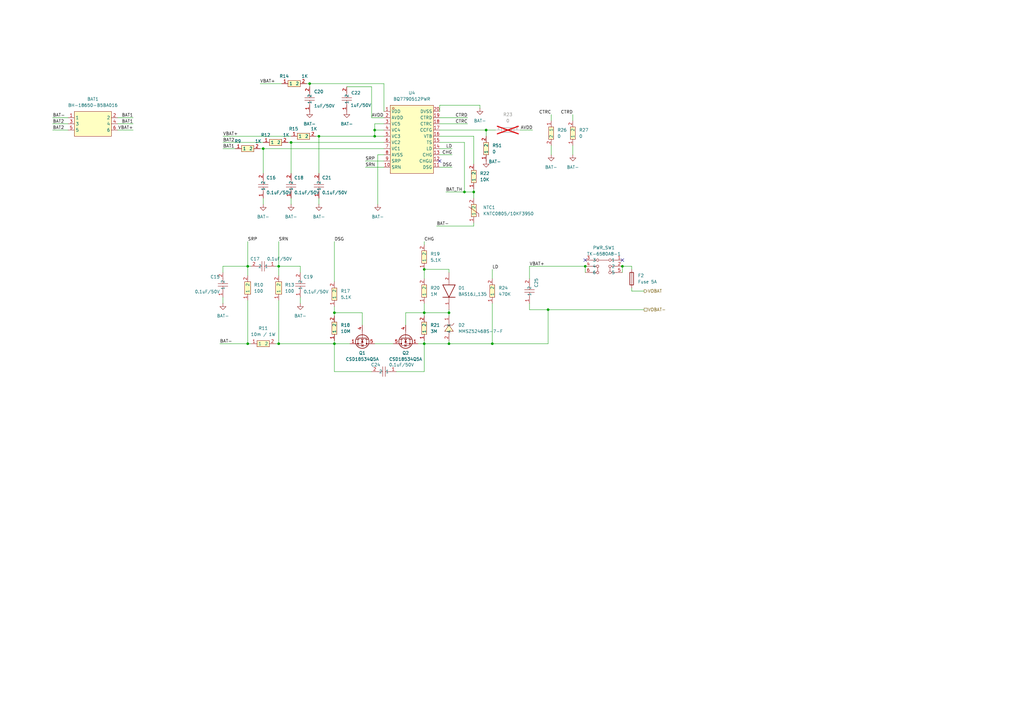
<source format=kicad_sch>
(kicad_sch (version 20250114) (generator "eeschema") (generator_version "9.0")
  (paper "A3")
  (title_block (title "Open Air Max") (date "2025-03-05") (rev "3.2") (company "Airgradient") (comment 1 "CC-BY-SA"))
  (lib_symbols
    (symbol "BAS16J_135:BAS16J_135" (pin_names (offset 1.016))
      (property "Reference" "D" (at 11.43 5.08 0))
      (property "Value" "BAS16J_135" (at 11.43 2.54 0))
      (symbol "BAS16J_135_0_0"
        (polyline (pts (xy 5.08 2.54) (xy 5.08 -2.54)) (stroke (width 0.254)))
        (polyline (pts (xy 5.08 0) (xy 10.16 2.54)) (stroke (width 0.254)))
        (polyline (pts (xy 10.16 -2.54) (xy 5.08 0)) (stroke (width 0.254)))
        (polyline (pts (xy 10.16 -2.54) (xy 10.16 2.54)) (stroke (width 0.254)))
        (pin bidirectional line (at 0 0 0) (length 5.08) (name "~") (number "1"))
        (pin bidirectional line (at 15.24 0 180) (length 5.08) (name "~") (number "2"))
      )
    )
    (symbol "Device:Fuse" (pin_numbers (hide yes)) (pin_names (offset 0))
      (property "Reference" "F" (at 2.032 0 90))
      (property "Value" "Fuse" (at -1.905 0 90))
      (symbol "Fuse_0_1"
        (rectangle (start -0.762 -2.54) (end 0.762 2.54) (stroke (width 0.254)))
        (polyline (pts (xy 0 2.54) (xy 0 -2.54)))
      )
      (symbol "Fuse_1_1"
        (pin passive line (at 0 3.81 270) (length 1.27) (name "~") (number "1"))
        (pin passive line (at 0 -3.81 90) (length 1.27) (name "~") (number "2"))
      )
    )
    (symbol "Transistor_FET:CSD18534Q5A" (pin_names (hide yes))
      (property "Reference" "Q1" (at 6.35 1.2701 0))
      (property "Value" "CSD18534Q5A" (at 6.35 -1.2699 0))
      (symbol "CSD18534Q5A_0_1"
        (polyline (pts (xy 0.254 1.905) (xy 0.254 -1.905)) (stroke (width 0.254)))
        (polyline (pts (xy 0.254 0) (xy -2.54 0)))
        (polyline (pts (xy 0.762 2.286) (xy 0.762 1.27)) (stroke (width 0.254)))
        (polyline (pts (xy 0.762 0.508) (xy 0.762 -0.508)) (stroke (width 0.254)))
        (polyline (pts (xy 0.762 -1.27) (xy 0.762 -2.286)) (stroke (width 0.254)))
        (polyline (pts (xy 0.762 -1.778) (xy 3.302 -1.778) (xy 3.302 1.778) (xy 0.762 1.778)))
        (polyline (pts (xy 1.016 0) (xy 2.032 0.381) (xy 2.032 -0.381) (xy 1.016 0)) (fill (type outline)))
        (circle (center 1.651 0) (radius 2.794) (stroke (width 0.254)))
        (polyline (pts (xy 2.54 2.54) (xy 2.54 1.778)))
        (circle (center 2.54 1.778) (radius 0.254) (fill (type outline)))
        (circle (center 2.54 -1.778) (radius 0.254) (fill (type outline)))
        (polyline (pts (xy 2.54 -2.54) (xy 2.54 0) (xy 0.762 0)))
        (polyline (pts (xy 2.794 0.508) (xy 2.921 0.381) (xy 3.683 0.381) (xy 3.81 0.254)))
        (polyline (pts (xy 3.302 0.381) (xy 2.921 -0.254) (xy 3.683 -0.254) (xy 3.302 0.381)))
      )
      (symbol "CSD18534Q5A_1_1"
        (pin passive line (at -5.08 0 0) (length 2.54) (name "G") (number "4"))
        (pin passive line (at 2.54 5.08 270) (length 2.54) (name "D") (number "5"))
        (pin passive line (at 2.54 5.08 270) (length 2.54) (hide yes) (name "S") (number "6"))
        (pin passive line (at 2.54 5.08 270) (length 2.54) (hide yes) (name "S") (number "7"))
        (pin passive line (at 2.54 5.08 270) (length 2.54) (hide yes) (name "S") (number "8"))
        (pin passive line (at 2.54 -5.08 90) (length 2.54) (name "S") (number "1"))
        (pin passive line (at 2.54 -5.08 90) (length 2.54) (hide yes) (name "S") (number "2"))
        (pin passive line (at 2.54 -5.08 90) (length 2.54) (hide yes) (name "S") (number "3"))
      )
    )
    (symbol "easyeda2kicad:BH-18650-B5BA016"
      (property "Reference" "BAT" (at 0 7.62 0))
      (property "Value" "BH-18650-B5BA016" (at 0 -7.62 0))
      (symbol "BH-18650-B5BA016_0_1"
        (rectangle (start -7.62 5.08) (end 7.62 -5.08) (fill (type background)))
        (pin unspecified line (at -10.16 2.54 0) (length 2.54) (name "1") (number "1"))
        (pin unspecified line (at -10.16 0 0) (length 2.54) (name "3") (number "3"))
        (pin unspecified line (at -10.16 -2.54 0) (length 2.54) (name "5") (number "5"))
        (pin unspecified line (at 10.16 2.54 180) (length 2.54) (name "2") (number "2"))
        (pin unspecified line (at 10.16 0 180) (length 2.54) (name "4") (number "4"))
        (pin unspecified line (at 10.16 -2.54 180) (length 2.54) (name "6") (number "6"))
      )
    )
    (symbol "easyeda2kicad:BQ7790512PWR"
      (property "Reference" "U" (at 0 16.51 0))
      (property "Value" "BQ7790512PWR" (at 0 -16.51 0))
      (symbol "BQ7790512PWR_0_1"
        (rectangle (start -8.89 13.97) (end 8.89 -13.97) (fill (type background)))
        (circle (center -7.62 12.7) (radius 0.38))
        (pin unspecified line (at -11.43 11.43 0) (length 2.54) (name "VDD") (number "1"))
        (pin unspecified line (at -11.43 8.89 0) (length 2.54) (name "AVDD") (number "2"))
        (pin unspecified line (at -11.43 6.35 0) (length 2.54) (name "VC5") (number "3"))
        (pin unspecified line (at -11.43 3.81 0) (length 2.54) (name "VC4") (number "4"))
        (pin unspecified line (at -11.43 1.27 0) (length 2.54) (name "VC3") (number "5"))
        (pin unspecified line (at -11.43 -1.27 0) (length 2.54) (name "VC2") (number "6"))
        (pin unspecified line (at -11.43 -3.81 0) (length 2.54) (name "VC1") (number "7"))
        (pin unspecified line (at -11.43 -6.35 0) (length 2.54) (name "AVSS") (number "8"))
        (pin unspecified line (at -11.43 -8.89 0) (length 2.54) (name "SRP") (number "9"))
        (pin unspecified line (at -11.43 -11.43 0) (length 2.54) (name "SRN") (number "10"))
        (pin unspecified line (at 11.43 11.43 180) (length 2.54) (name "DVSS") (number "20"))
        (pin unspecified line (at 11.43 8.89 180) (length 2.54) (name "CTRD") (number "19"))
        (pin unspecified line (at 11.43 6.35 180) (length 2.54) (name "CTRC") (number "18"))
        (pin unspecified line (at 11.43 3.81 180) (length 2.54) (name "CCFG") (number "17"))
        (pin unspecified line (at 11.43 1.27 180) (length 2.54) (name "VTB") (number "16"))
        (pin unspecified line (at 11.43 -1.27 180) (length 2.54) (name "TS") (number "15"))
        (pin unspecified line (at 11.43 -3.81 180) (length 2.54) (name "LD") (number "14"))
        (pin unspecified line (at 11.43 -6.35 180) (length 2.54) (name "CHG") (number "13"))
        (pin unspecified line (at 11.43 -8.89 180) (length 2.54) (name "CHGU") (number "12"))
        (pin unspecified line (at 11.43 -11.43 180) (length 2.54) (name "DSG") (number "11"))
      )
    )
    (symbol "easyeda2kicad:CC0402KRX5R9BB105"
      (property "Reference" "C" (at 0 5.08 0))
      (property "Value" "CC0402KRX5R9BB105" (at 0 -5.08 0))
      (symbol "CC0402KRX5R9BB105_0_1"
        (polyline (pts (xy -0.51 0) (xy -2.54 0)))
        (polyline (pts (xy -0.51 -2.03) (xy -0.51 2.03)))
        (polyline (pts (xy 0.51 2.03) (xy 0.51 -2.03)))
        (polyline (pts (xy 2.54 0) (xy 0.51 0)))
        (pin unspecified line (at -5.08 0 0) (length 2.54) (name "1") (number "1"))
        (pin unspecified line (at 5.08 0 180) (length 2.54) (name "2") (number "2"))
      )
    )
    (symbol "easyeda2kicad:CC0603KRX7R9BB104"
      (property "Reference" "C" (at 0 5.08 0))
      (property "Value" "CC0603KRX7R9BB104" (at 0 -5.08 0))
      (symbol "CC0603KRX7R9BB104_0_1"
        (polyline (pts (xy -0.51 0) (xy -2.54 0)))
        (polyline (pts (xy -0.51 -2.03) (xy -0.51 2.03)))
        (polyline (pts (xy 0.51 2.03) (xy 0.51 -2.03)))
        (polyline (pts (xy 2.54 0) (xy 0.51 0)))
        (pin unspecified line (at -5.08 0 0) (length 2.54) (name "1") (number "1"))
        (pin unspecified line (at 5.08 0 180) (length 2.54) (name "2") (number "2"))
      )
    )
    (symbol "easyeda2kicad:KNTC0805_10KF3950"
      (property "Reference" "R" (at 0 5.08 0))
      (property "Value" "KNTC0805/10KF3950" (at 0 -5.08 0))
      (symbol "KNTC0805_10KF3950_0_1"
        (rectangle (start -2.54 1.02) (end 2.54 -1.02) (fill (type background)))
        (polyline (pts (xy 1.52 2.03) (xy -1.27 -2.03) (xy -2.54 -2.03)))
        (pin unspecified line (at -5.08 0 0) (length 2.54) (name "1") (number "1"))
        (pin unspecified line (at 5.08 0 180) (length 2.54) (name "2") (number "2"))
      )
    )
    (symbol "easyeda2kicad:MMSZ5246BS-7-F"
      (property "Reference" "D" (at 0 5.08 0))
      (property "Value" "MMSZ5246BS-7-F" (at 0 -5.08 0))
      (symbol "MMSZ5246BS-7-F_0_1"
        (polyline (pts (xy -2.03 2.03) (xy -1.27 1.52) (xy -1.27 -1.52) (xy -0.51 -2.03)))
        (polyline (pts (xy -1.27 0) (xy -2.54 0)))
        (polyline (pts (xy 1.27 1.78) (xy -1.27 0) (xy 1.27 -1.78) (xy 1.27 1.78)) (fill (type background)))
        (polyline (pts (xy 2.54 0) (xy 1.27 0)))
        (pin unspecified line (at -5.08 0 0) (length 2.54) (name "K") (number "1"))
        (pin unspecified line (at 5.08 0 180) (length 2.54) (name "A") (number "2"))
      )
    )
    (symbol "easyeda2kicad:RC0402FR-7W100RL"
      (property "Reference" "R" (at 0 5.08 0))
      (property "Value" "RC0402FR-7W100RL" (at 0 -5.08 0))
      (symbol "RC0402FR-7W100RL_0_1"
        (rectangle (start -2.54 1.27) (end 2.54 -1.27) (fill (type background)))
        (pin unspecified line (at -5.08 0 0) (length 2.54) (name "1") (number "1"))
        (pin unspecified line (at 5.08 0 180) (length 2.54) (name "2") (number "2"))
      )
    )
    (symbol "easyeda2kicad:RC0402FR-7W1KL"
      (property "Reference" "U" (at 0 5.08 0))
      (property "Value" "RC0402FR-7W1KL" (at 0 -5.08 0))
      (symbol "RC0402FR-7W1KL_0_1"
        (rectangle (start -2.54 1.27) (end 2.54 -1.27) (fill (type background)))
        (pin unspecified line (at -5.08 0 0) (length 2.54) (name "1") (number "1"))
        (pin unspecified line (at 5.08 0 180) (length 2.54) (name "2") (number "2"))
      )
    )
    (symbol "easyeda2kicad:RC0603FR-070RL"
      (property "Reference" "R" (at 0 5.08 0))
      (property "Value" "RC0603FR-070RL" (at 0 -5.08 0))
      (symbol "RC0603FR-070RL_0_1"
        (rectangle (start -2.54 1.02) (end 2.54 -1.02) (fill (type background)))
        (pin input line (at -5.08 0 0) (length 2.54) (name "1") (number "1"))
        (pin input line (at 5.08 0 180) (length 2.54) (name "2") (number "2"))
      )
    )
    (symbol "easyeda2kicad:RC0603FR-0710KL"
      (property "Reference" "R" (at 0 5.08 0))
      (property "Value" "RC0603FR-0710KL" (at 0 -5.08 0))
      (symbol "RC0603FR-0710KL_0_1"
        (rectangle (start -2.54 1.02) (end 2.54 -1.02) (fill (type background)))
        (pin input line (at -5.08 0 0) (length 2.54) (name "1") (number "1"))
        (pin input line (at 5.08 0 180) (length 2.54) (name "2") (number "2"))
      )
    )
    (symbol "easyeda2kicad:RC0603FR-0710ML"
      (property "Reference" "R" (at 0 5.08 0))
      (property "Value" "RC0603FR-0710ML" (at 0 -5.08 0))
      (symbol "RC0603FR-0710ML_0_1"
        (rectangle (start -2.54 1.02) (end 2.54 -1.02) (fill (type background)))
        (pin input line (at -5.08 0 0) (length 2.54) (name "1") (number "1"))
        (pin input line (at 5.08 0 180) (length 2.54) (name "2") (number "2"))
      )
    )
    (symbol "easyeda2kicad:RC0603FR-071ML"
      (property "Reference" "R" (at 0 5.08 0))
      (property "Value" "RC0603FR-071ML" (at 0 -5.08 0))
      (symbol "RC0603FR-071ML_0_1"
        (rectangle (start -2.54 1.02) (end 2.54 -1.02) (fill (type background)))
        (pin input line (at -5.08 0 0) (length 2.54) (name "1") (number "1"))
        (pin input line (at 5.08 0 180) (length 2.54) (name "2") (number "2"))
      )
    )
    (symbol "easyeda2kicad:RC0603FR-073ML"
      (property "Reference" "R" (at 0 5.08 0))
      (property "Value" "RC0603FR-073ML" (at 0 -5.08 0))
      (symbol "RC0603FR-073ML_0_1"
        (rectangle (start -2.54 1.02) (end 2.54 -1.02) (fill (type background)))
        (pin input line (at -5.08 0 0) (length 2.54) (name "1") (number "1"))
        (pin input line (at 5.08 0 180) (length 2.54) (name "2") (number "2"))
      )
    )
    (symbol "easyeda2kicad:RC0603FR-07470KL"
      (property "Reference" "R" (at 0 5.08 0))
      (property "Value" "RC0603FR-07470KL" (at 0 -5.08 0))
      (symbol "RC0603FR-07470KL_0_1"
        (rectangle (start -2.54 1.02) (end 2.54 -1.02) (fill (type background)))
        (pin input line (at -5.08 0 0) (length 2.54) (name "1") (number "1"))
        (pin input line (at 5.08 0 180) (length 2.54) (name "2") (number "2"))
      )
    )
    (symbol "easyeda2kicad:RC0603FR-075K1L"
      (property "Reference" "R" (at 0 5.08 0))
      (property "Value" "RC0603FR-075K1L" (at 0 -5.08 0))
      (symbol "RC0603FR-075K1L_0_1"
        (rectangle (start -2.54 1.02) (end 2.54 -1.02) (fill (type background)))
        (pin input line (at -5.08 0 0) (length 2.54) (name "1") (number "1"))
        (pin input line (at 5.08 0 180) (length 2.54) (name "2") (number "2"))
      )
    )
    (symbol "easyeda2kicad:RL2512FK-070R01L"
      (property "Reference" "R" (at 0 5.08 0))
      (property "Value" "RL2512FK-070R01L" (at 0 -5.08 0))
      (symbol "RL2512FK-070R01L_0_1"
        (rectangle (start -2.54 1.27) (end 2.54 -1.27) (fill (type background)))
        (pin unspecified line (at -5.08 0 0) (length 2.54) (name "1") (number "1"))
        (pin unspecified line (at 5.08 0 180) (length 2.54) (name "2") (number "2"))
      )
    )
    (symbol "easyeda2kicad:TK-6580A8-1"
      (property "Reference" "SW" (at 0 12.7 0))
      (property "Value" "TK-6580A8-1" (at 0 -12.7 0))
      (symbol "TK-6580A8-1_0_1"
        (polyline (pts (xy -2.54 3.05) (xy -2.54 5.08)))
        (circle (center -2.54 2.54) (radius 0.51))
        (polyline (pts (xy -2.54 1.78) (xy -2.54 -1.78)))
        (circle (center -2.54 -2.54) (radius 0.51))
        (polyline (pts (xy -2.54 -5.08) (xy -2.54 -3.05)))
        (polyline (pts (xy 0 3.05) (xy 0 5.08)))
        (circle (center 0 2.54) (radius 0.51))
        (circle (center 0 -2.54) (radius 0.51))
        (polyline (pts (xy 0 -5.08) (xy 0 -3.05)))
        (polyline (pts (xy 0.51 2.54) (xy 2.03 2.54)))
        (polyline (pts (xy 0.51 -2.54) (xy 2.03 -2.54)))
        (polyline (pts (xy 2.54 3.05) (xy 2.54 5.08)))
        (circle (center 2.54 2.54) (radius 0.51))
        (circle (center 2.54 -2.54) (radius 0.51))
        (polyline (pts (xy 2.54 -5.08) (xy 2.54 -3.05)))
        (pin unspecified line (at -2.54 7.62 270) (length 2.54) (name "3") (number "3"))
        (pin unspecified line (at -2.54 -7.62 90) (length 2.54) (name "1") (number "1"))
        (pin unspecified line (at 0 7.62 270) (length 2.54) (name "4") (number "4"))
        (pin unspecified line (at 0 -7.62 90) (length 2.54) (name "2") (number "2"))
        (pin unspecified line (at 2.54 7.62 270) (length 2.54) (name "6") (number "6"))
        (pin unspecified line (at 2.54 -7.62 90) (length 2.54) (name "5") (number "5"))
      )
    )
    (symbol "power:GND" (power) (pin_numbers (hide yes)) (pin_names (offset 0) (hide yes))
      (property "Value" "GND" (at 0 -3.81 0))
      (symbol "GND_0_1"
        (polyline (pts (xy 0 0) (xy 0 -1.27) (xy 1.27 -1.27) (xy 0 -2.54) (xy -1.27 -1.27) (xy 0 -1.27)))
      )
      (symbol "GND_1_1"
        (pin power_in line (at 0 0 270) (length 0) (name "~") (number "1"))
      )
    )
  )
  (junction (at 153.67 53.34))
  (junction (at 184.15 140.97))
  (junction (at 184.15 128.27))
  (junction (at 137.16 128.27))
  (junction (at 130.81 55.88))
  (junction (at 114.3 140.97))
  (junction (at 201.93 140.97))
  (junction (at 173.99 110.49))
  (junction (at 114.3 109.22))
  (junction (at 173.99 128.27))
  (junction (at 101.6 109.22))
  (junction (at 224.79 127))
  (junction (at 137.16 140.97))
  (junction (at 190.5 78.74))
  (junction (at 194.31 78.74))
  (junction (at 107.95 60.96))
  (junction (at 240.03 109.22))
  (junction (at 173.99 140.97))
  (junction (at 153.67 55.88))
  (junction (at 199.39 53.34))
  (junction (at 255.27 109.22))
  (junction (at 119.38 58.42))
  (junction (at 127 34.29))
  (junction (at 101.6 140.97))
  (no_connect (at 180.34 66.04))
  (no_connect (at 240.03 106.68))
  (no_connect (at 255.27 106.68))
  (wire (pts (xy 157.48 34.29) (xy 157.48 45.72)))
  (wire (pts (xy 137.16 128.27) (xy 137.16 129.54)))
  (wire (pts (xy 173.99 129.54) (xy 173.99 128.27)))
  (wire (pts (xy 184.15 111.76) (xy 184.15 110.49)))
  (wire (pts (xy 21.59 48.26) (xy 27.94 48.26)))
  (wire (pts (xy 224.79 127) (xy 264.16 127)))
  (wire (pts (xy 224.79 140.97) (xy 224.79 127)))
  (wire (pts (xy 190.5 78.74) (xy 194.31 78.74)))
  (wire (pts (xy 114.3 109.22) (xy 123.19 109.22)))
  (wire (pts (xy 234.95 46.99) (xy 234.95 49.53)))
  (wire (pts (xy 152.4 48.26) (xy 157.48 48.26)))
  (wire (pts (xy 91.44 60.96) (xy 96.52 60.96)))
  (wire (pts (xy 153.67 53.34) (xy 153.67 55.88)))
  (wire (pts (xy 113.03 140.97) (xy 114.3 140.97)))
  (wire (pts (xy 123.19 121.92) (xy 123.19 124.46)))
  (wire (pts (xy 180.34 43.18) (xy 196.85 43.18)))
  (wire (pts (xy 123.19 111.76) (xy 123.19 109.22)))
  (wire (pts (xy 118.11 58.42) (xy 119.38 58.42)))
  (wire (pts (xy 196.85 43.18) (xy 196.85 44.45)))
  (wire (pts (xy 184.15 110.49) (xy 173.99 110.49)))
  (wire (pts (xy 240.03 109.22) (xy 240.03 111.76)))
  (wire (pts (xy 162.56 152.4) (xy 173.99 152.4)))
  (wire (pts (xy 153.67 140.97) (xy 161.29 140.97)))
  (wire (pts (xy 137.16 140.97) (xy 137.16 152.4)))
  (wire (pts (xy 152.4 152.4) (xy 137.16 152.4)))
  (wire (pts (xy 240.03 109.22) (xy 217.17 109.22)))
  (wire (pts (xy 154.94 63.5) (xy 154.94 83.82)))
  (wire (pts (xy 180.34 45.72) (xy 180.34 43.18)))
  (wire (pts (xy 102.87 140.97) (xy 101.6 140.97)))
  (wire (pts (xy 180.34 68.58) (xy 185.42 68.58)))
  (wire (pts (xy 91.44 111.76) (xy 91.44 109.22)))
  (wire (pts (xy 106.68 34.29) (xy 115.57 34.29)))
  (wire (pts (xy 114.3 109.22) (xy 114.3 113.03)))
  (wire (pts (xy 149.86 68.58) (xy 157.48 68.58)))
  (wire (pts (xy 137.16 125.73) (xy 137.16 128.27)))
  (wire (pts (xy 142.24 35.56) (xy 152.4 35.56)))
  (wire (pts (xy 194.31 55.88) (xy 180.34 55.88)))
  (wire (pts (xy 130.81 55.88) (xy 153.67 55.88)))
  (wire (pts (xy 114.3 109.22) (xy 114.3 99.06)))
  (wire (pts (xy 91.44 121.92) (xy 91.44 124.46)))
  (wire (pts (xy 114.3 123.19) (xy 114.3 140.97)))
  (wire (pts (xy 107.95 60.96) (xy 107.95 71.12)))
  (wire (pts (xy 107.95 81.28) (xy 107.95 83.82)))
  (wire (pts (xy 259.08 109.22) (xy 255.27 109.22)))
  (wire (pts (xy 137.16 140.97) (xy 143.51 140.97)))
  (wire (pts (xy 180.34 63.5) (xy 185.42 63.5)))
  (wire (pts (xy 101.6 123.19) (xy 101.6 140.97)))
  (wire (pts (xy 91.44 58.42) (xy 107.95 58.42)))
  (wire (pts (xy 184.15 127) (xy 184.15 128.27)))
  (wire (pts (xy 182.88 78.74) (xy 190.5 78.74)))
  (wire (pts (xy 184.15 139.7) (xy 184.15 140.97)))
  (wire (pts (xy 102.87 109.22) (xy 101.6 109.22)))
  (wire (pts (xy 166.37 128.27) (xy 173.99 128.27)))
  (wire (pts (xy 21.59 53.34) (xy 27.94 53.34)))
  (wire (pts (xy 21.59 50.8) (xy 27.94 50.8)))
  (wire (pts (xy 153.67 55.88) (xy 157.48 55.88)))
  (wire (pts (xy 184.15 140.97) (xy 173.99 140.97)))
  (wire (pts (xy 137.16 139.7) (xy 137.16 140.97)))
  (wire (pts (xy 153.67 50.8) (xy 153.67 53.34)))
  (wire (pts (xy 137.16 99.06) (xy 137.16 115.57)))
  (wire (pts (xy 127 34.29) (xy 157.48 34.29)))
  (wire (pts (xy 119.38 81.28) (xy 119.38 83.82)))
  (wire (pts (xy 48.26 53.34) (xy 54.61 53.34)))
  (wire (pts (xy 259.08 118.11) (xy 259.08 119.38)))
  (wire (pts (xy 166.37 133.35) (xy 166.37 128.27)))
  (wire (pts (xy 194.31 91.44) (xy 194.31 92.71)))
  (wire (pts (xy 201.93 124.46) (xy 201.93 140.97)))
  (wire (pts (xy 48.26 50.8) (xy 54.61 50.8)))
  (wire (pts (xy 199.39 53.34) (xy 199.39 55.88)))
  (wire (pts (xy 91.44 109.22) (xy 101.6 109.22)))
  (wire (pts (xy 180.34 50.8) (xy 191.77 50.8)))
  (wire (pts (xy 113.03 109.22) (xy 114.3 109.22)))
  (wire (pts (xy 201.93 110.49) (xy 201.93 114.3)))
  (wire (pts (xy 125.73 34.29) (xy 127 34.29)))
  (wire (pts (xy 180.34 58.42) (xy 190.5 58.42)))
  (wire (pts (xy 217.17 127) (xy 224.79 127)))
  (wire (pts (xy 173.99 124.46) (xy 173.99 128.27)))
  (wire (pts (xy 173.99 110.49) (xy 173.99 114.3)))
  (wire (pts (xy 152.4 35.56) (xy 152.4 48.26)))
  (wire (pts (xy 226.06 46.99) (xy 226.06 49.53)))
  (wire (pts (xy 255.27 109.22) (xy 255.27 111.76)))
  (wire (pts (xy 173.99 128.27) (xy 184.15 128.27)))
  (wire (pts (xy 153.67 53.34) (xy 157.48 53.34)))
  (wire (pts (xy 179.07 92.71) (xy 194.31 92.71)))
  (wire (pts (xy 127 34.29) (xy 127 35.56)))
  (wire (pts (xy 157.48 50.8) (xy 153.67 50.8)))
  (wire (pts (xy 173.99 140.97) (xy 171.45 140.97)))
  (wire (pts (xy 194.31 77.47) (xy 194.31 78.74)))
  (wire (pts (xy 184.15 128.27) (xy 184.15 129.54)))
  (wire (pts (xy 148.59 128.27) (xy 148.59 133.35)))
  (wire (pts (xy 137.16 128.27) (xy 148.59 128.27)))
  (wire (pts (xy 130.81 81.28) (xy 130.81 83.82)))
  (wire (pts (xy 213.36 53.34) (xy 218.44 53.34)))
  (wire (pts (xy 114.3 140.97) (xy 137.16 140.97)))
  (wire (pts (xy 217.17 124.46) (xy 217.17 127)))
  (wire (pts (xy 180.34 60.96) (xy 185.42 60.96)))
  (wire (pts (xy 90.17 140.97) (xy 101.6 140.97)))
  (wire (pts (xy 194.31 78.74) (xy 194.31 81.28)))
  (wire (pts (xy 119.38 58.42) (xy 157.48 58.42)))
  (wire (pts (xy 184.15 140.97) (xy 201.93 140.97)))
  (wire (pts (xy 180.34 53.34) (xy 199.39 53.34)))
  (wire (pts (xy 199.39 53.34) (xy 203.2 53.34)))
  (wire (pts (xy 101.6 109.22) (xy 101.6 113.03)))
  (wire (pts (xy 194.31 67.31) (xy 194.31 55.88)))
  (wire (pts (xy 149.86 66.04) (xy 157.48 66.04)))
  (wire (pts (xy 107.95 60.96) (xy 157.48 60.96)))
  (wire (pts (xy 173.99 152.4) (xy 173.99 140.97)))
  (wire (pts (xy 217.17 109.22) (xy 217.17 114.3)))
  (wire (pts (xy 259.08 110.49) (xy 259.08 109.22)))
  (wire (pts (xy 157.48 63.5) (xy 154.94 63.5)))
  (wire (pts (xy 259.08 119.38) (xy 264.16 119.38)))
  (wire (pts (xy 180.34 48.26) (xy 191.77 48.26)))
  (wire (pts (xy 91.44 55.88) (xy 119.38 55.88)))
  (wire (pts (xy 201.93 140.97) (xy 224.79 140.97)))
  (wire (pts (xy 106.68 60.96) (xy 107.95 60.96)))
  (wire (pts (xy 129.54 55.88) (xy 130.81 55.88)))
  (wire (pts (xy 130.81 55.88) (xy 130.81 71.12)))
  (wire (pts (xy 173.99 139.7) (xy 173.99 140.97)))
  (wire (pts (xy 173.99 100.33) (xy 173.99 99.06)))
  (wire (pts (xy 190.5 58.42) (xy 190.5 78.74)))
  (wire (pts (xy 226.06 59.69) (xy 226.06 63.5)))
  (wire (pts (xy 119.38 58.42) (xy 119.38 71.12)))
  (wire (pts (xy 234.95 59.69) (xy 234.95 63.5)))
  (wire (pts (xy 48.26 48.26) (xy 54.61 48.26)))
  (wire (pts (xy 101.6 99.06) (xy 101.6 109.22)))
  (label "LD" (at 185.42 60.96 180))
  (label "SRN" (at 149.86 68.58 0))
  (label "BAT2" (at 21.59 53.34 0))
  (label "BAT_TH" (at 182.88 78.74 0))
  (label "LD" (at 201.93 110.49 0))
  (label "BAT1" (at 54.61 50.8 180))
  (label "VBAT+" (at 217.17 109.22 0))
  (label "DSG" (at 137.16 99.06 0))
  (label "BAT1" (at 91.44 60.96 0))
  (label "DSG" (at 185.42 68.58 180))
  (label "SRP" (at 149.86 66.04 0))
  (label "BAT2" (at 91.44 58.42 0))
  (label "VBAT+" (at 91.44 55.88 0))
  (label "CTRC" (at 226.06 46.99 180))
  (label "CHG" (at 173.99 99.06 0))
  (label "AVDD" (at 218.44 53.34 180))
  (label "VBAT+" (at 106.68 34.29 0))
  (label "BAT-" (at 179.07 92.71 0))
  (label "AVDD" (at 152.4 48.26 0))
  (label "VBAT+" (at 54.61 53.34 180))
  (label "SRP" (at 101.6 99.06 0))
  (label "BAT2" (at 21.59 50.8 0))
  (label "CHG" (at 185.42 63.5 180))
  (label "BAT-" (at 21.59 48.26 0))
  (label "SRN" (at 114.3 99.06 0))
  (label "BAT1" (at 54.61 48.26 180))
  (label "CTRD" (at 191.77 48.26 180))
  (label "CTRC" (at 191.77 50.8 180))
  (label "CTRD" (at 234.95 46.99 180))
  (label "BAT-" (at 90.17 140.97 0))
  (hierarchical_label "VOBAT" (shape output) (at 264.16 119.38 0))
  (hierarchical_label "VOBAT-" (shape passive) (at 264.16 127 0))
  (symbol (lib_id "easyeda2kicad:RC0603FR-073ML") (at 173.99 134.62 90) (unit 1)
    (property "Reference" "R21" (at 176.53 133.3499 90) (effects (justify right)))
    (property "Value" "3M" (at 176.53 135.8899 90) (effects (justify right)))
    (property "Footprint" "easyeda2kicad:R0603" (effects (hide yes)))
    (property "Datasheet" "https://lcsc.com/product-detail/Chip-Resistor-Surface-Mount_3MR-3004-1_C126361.html" (effects (hide yes)))
    (property "LCSC Part" "C126361" (effects (hide yes)))
  )
  (symbol (lib_id "easyeda2kicad:RC0603FR-075K1L") (at 173.99 105.41 90) (unit 1)
    (property "Reference" "R19" (at 176.53 104.1399 90) (effects (justify right)))
    (property "Value" "5.1K" (at 176.53 106.6799 90) (effects (justify right)))
    (property "Footprint" "easyeda2kicad:R0603" (effects (hide yes)))
    (property "Datasheet" "https://lcsc.com/product-detail/Chip-Resistor-Surface-Mount_5-1KR-5101-1_C105580.html" (effects (hide yes)))
    (property "LCSC Part" "C105580" (effects (hide yes)))
  )
  (symbol (lib_id "Transistor_FET:CSD18534Q5A") (at 148.59 138.43 270) (unit 1)
    (property "Reference" "Q1" (at 148.59 144.78 90))
    (property "Value" "CSD18534Q5A" (at 148.59 147.32 90))
    (property "Footprint" "easyeda2kicad:PQFN-8_L5.8-W4.9-P1.27-LS6.0-BL" (effects (hide yes)))
    (property "Datasheet" "http://www.ti.com/lit/gpn/csd18534q5a" (effects (hide yes)))
    (property "Description" "50A Id, 60V Vds, NexFET N-Channel Power MOSFET, 9.8mOhm Ron, 17nC Qg(typ), SON8 5x6mm" (effects (hide yes)))
  )
  (symbol (lib_id "power:GND") (at 196.85 44.45 0) (unit 1)
    (property "Reference" "#PWR061" (effects (hide yes)))
    (property "Value" "BAT-" (at 196.85 49.53 0))
    (property "Description" "Power symbol creates a global label with name \"GND\" , ground" (effects (hide yes)))
  )
  (symbol (lib_id "easyeda2kicad:RC0402FR-7W100RL") (at 101.6 118.11 90) (unit 1)
    (property "Reference" "R10" (at 104.14 116.8399 90) (effects (justify right)))
    (property "Value" "100" (at 104.14 119.3799 90) (effects (justify right)))
    (property "Footprint" "easyeda2kicad:R0402" (effects (hide yes)))
    (property "Datasheet" "https://lcsc.com/product-detail/Chip-Resistor-Surface-Mount_YAGEO-RC0402FR-7W100RL_C606168.html" (effects (hide yes)))
    (property "LCSC Part" "C606168" (effects (hide yes)))
  )
  (symbol (lib_id "power:GND") (at 123.19 124.46 0) (unit 1)
    (property "Reference" "#PWR057" (effects (hide yes)))
    (property "Value" "BAT-" (at 123.19 129.54 0))
    (property "Description" "Power symbol creates a global label with name \"GND\" , ground" (effects (hide yes)))
  )
  (symbol (lib_id "Device:Fuse") (at 259.08 114.3 180) (unit 1)
    (property "Reference" "F2" (at 261.62 113.0299 0) (effects (justify right)))
    (property "Value" "Fuse 5A" (at 261.62 115.5699 0) (effects (justify right)))
    (property "Footprint" "easyeda2kicad:PCB_fuse" (effects (hide yes)))
    (property "Description" "Fuse" (effects (hide yes)))
  )
  (symbol (lib_id "power:GND") (at 91.44 124.46 0) (unit 1)
    (property "Reference" "#PWR049" (effects (hide yes)))
    (property "Value" "BAT-" (at 91.44 129.54 0))
    (property "Description" "Power symbol creates a global label with name \"GND\" , ground" (effects (hide yes)))
  )
  (symbol (lib_id "easyeda2kicad:MMSZ5246BS-7-F") (at 184.15 134.62 270) (unit 1)
    (property "Reference" "D2" (at 187.96 133.3499 90) (effects (justify left)))
    (property "Value" "MMSZ5246BS-7-F" (at 187.96 135.8899 90) (effects (justify left)))
    (property "Footprint" "easyeda2kicad:SOD-323_L1.8-W1.3-LS2.5-RD" (effects (hide yes)))
    (property "Datasheet" "https://lcsc.com/product-detail/Zener-Diodes_Diodes-Incorporated-MMSZ5246BS-7-F_C151819.html" (effects (hide yes)))
    (property "LCSC Part" "C151819" (effects (hide yes)))
  )
  (symbol (lib_id "easyeda2kicad:RC0603FR-070RL") (at 208.28 53.34 0) (unit 1) (dnp yes)
    (property "Reference" "R23" (at 208.28 46.99 0))
    (property "Value" "0" (at 208.28 49.53 0))
    (property "Footprint" "easyeda2kicad:R0603" (effects (hide yes)))
    (property "Datasheet" "https://lcsc.com/product-detail/Chip-Resistor-Surface-Mount_0R-0R-1_C100044.html" (effects (hide yes)))
    (property "LCSC Part" "C100044" (effects (hide yes)))
  )
  (symbol (lib_id "easyeda2kicad:KNTC0805_10KF3950") (at 194.31 86.36 90) (unit 1)
    (property "Reference" "NTC1" (at 198.12 85.0899 90) (effects (justify right)))
    (property "Value" "KNTC0805/10KF3950" (at 198.12 87.6299 90) (effects (justify right)))
    (property "Footprint" "easyeda2kicad:R0805" (effects (hide yes)))
    (property "LCSC Part" "C2892549" (effects (hide yes)))
  )
  (symbol (lib_id "power:GND") (at 127 45.72 0) (unit 1)
    (property "Reference" "#PWR064" (effects (hide yes)))
    (property "Value" "BAT-" (at 127 50.8 0))
    (property "Description" "Power symbol creates a global label with name \"GND\" , ground" (effects (hide yes)))
  )
  (symbol (lib_id "easyeda2kicad:CC0402KRX5R9BB105") (at 142.24 40.64 90) (unit 1)
    (property "Reference" "C22" (at 144.018 38.1 90) (effects (justify right)))
    (property "Value" "1uF/50V" (at 143.764 43.18 90) (effects (justify right)))
    (property "Footprint" "easyeda2kicad:C0402" (effects (hide yes)))
    (property "LCSC Part" "C7500380" (effects (hide yes)))
  )
  (symbol (lib_id "BAS16J_135:BAS16J_135") (at 184.15 127 90) (unit 1)
    (property "Reference" "D1" (at 187.96 118.1099 90) (effects (justify right)))
    (property "Value" "BAS16J_135" (at 187.96 120.6499 90) (effects (justify right)))
    (property "Footprint" "BAS16J,135:SOD2512X80N" (effects (hide yes)))
    (property "MANUFACTURER_NAME" "Nexperia" (effects (hide yes)))
    (property "MF" "Nexperia USA" (effects (hide yes)))
    (property "MOUSER_PRICE-STOCK" "https://www.mouser.com/Search/Refine.aspx?Keyword=771-BAS16J135" (effects (hide yes)))
    (property "DESCRIPTION" "High-speed switching diodes" (effects (hide yes)))
    (property "MOUSER_PART_NUMBER" "771-BAS16J135" (effects (hide yes)))
    (property "Price" "None" (effects (hide yes)))
    (property "Package" "SC-90-2 Nexperia USA Inc." (effects (hide yes)))
    (property "Check_prices" "https://www.snapeda.com/parts/BAS16J,135/Nexperia/view-part/?ref=eda" (effects (hide yes)))
    (property "HEIGHT" "0.8mm" (effects (hide yes)))
    (property "SnapEDA_Link" "https://www.snapeda.com/parts/BAS16J,135/Nexperia/view-part/?ref=snap" (effects (hide yes)))
    (property "MP" "BAS16J,135" (effects (hide yes)))
    (property "Description_1" "\n                        \n                            Diode Standard 100V 250mA (DC) Surface Mount SOD-323F\n                        \n" (effects (hide yes)))
    (property "Availability" "In Stock" (effects (hide yes)))
    (property "MANUFACTURER_PART_NUMBER" "BAS16J,135" (effects (hide yes)))
  )
  (symbol (lib_id "power:GND") (at 226.06 63.5 0) (unit 1)
    (property "Reference" "#PWR058" (effects (hide yes)))
    (property "Value" "BAT-" (at 226.06 68.58 0))
    (property "Description" "Power symbol creates a global label with name \"GND\" , ground" (effects (hide yes)))
  )
  (symbol (lib_id "easyeda2kicad:RC0402FR-7W1KL") (at 113.03 58.42 0) (unit 1)
    (property "Reference" "R12" (at 108.966 55.372 0))
    (property "Value" "1K" (at 117.348 55.372 0))
    (property "Footprint" "easyeda2kicad:R0402" (effects (hide yes)))
    (property "LCSC Part" "C851849" (effects (hide yes)))
  )
  (symbol (lib_id "easyeda2kicad:CC0603KRX7R9BB104") (at 157.48 152.4 180) (unit 1)
    (property "Reference" "C24" (at 152.146 149.606 0) (effects (justify right)))
    (property "Value" "0.1uF/50V" (at 159.512 149.606 0) (effects (justify right)))
    (property "Footprint" "easyeda2kicad:C0603" (effects (hide yes)))
    (property "Datasheet" "https://lcsc.com/product-detail/Multilayer-Ceramic-Capacitors-MLCC-SMD-SMT_100nF-104-10-50V_C14663.html" (effects (hide yes)))
    (property "LCSC Part" "C14663" (effects (hide yes)))
  )
  (symbol (lib_id "power:GND") (at 199.39 66.04 0) (unit 1)
    (property "Reference" "#PWR0141" (effects (hide yes)))
    (property "Value" "BAT-" (at 202.946 66.294 0))
    (property "Description" "Power symbol creates a global label with name \"GND\" , ground" (effects (hide yes)))
  )
  (symbol (lib_id "easyeda2kicad:CC0603KRX7R9BB104") (at 91.44 116.84 270) (mirror x) (unit 1)
    (property "Reference" "C15" (at 90.17 113.538 90) (effects (justify right)))
    (property "Value" "0.1uF/50V" (at 90.17 119.634 90) (effects (justify right)))
    (property "Footprint" "easyeda2kicad:C0603" (effects (hide yes)))
    (property "Datasheet" "https://lcsc.com/product-detail/Multilayer-Ceramic-Capacitors-MLCC-SMD-SMT_100nF-104-10-50V_C14663.html" (effects (hide yes)))
    (property "LCSC Part" "C14663" (effects (hide yes)))
  )
  (symbol (lib_id "easyeda2kicad:CC0603KRX7R9BB104") (at 130.81 76.2 90) (unit 1)
    (property "Reference" "C21" (at 132.08 72.898 90) (effects (justify right)))
    (property "Value" "0.1uF/50V" (at 132.08 78.994 90) (effects (justify right)))
    (property "Footprint" "easyeda2kicad:C0603" (effects (hide yes)))
    (property "Datasheet" "https://lcsc.com/product-detail/Multilayer-Ceramic-Capacitors-MLCC-SMD-SMT_100nF-104-10-50V_C14663.html" (effects (hide yes)))
    (property "LCSC Part" "C14663" (effects (hide yes)))
  )
  (symbol (lib_id "easyeda2kicad:RL2512FK-070R01L") (at 107.95 140.97 0) (unit 1)
    (property "Reference" "R11" (at 107.95 134.62 0))
    (property "Value" "10m / 1W" (at 107.95 137.16 0))
    (property "Footprint" "easyeda2kicad:R2512" (effects (hide yes)))
    (property "Datasheet" "https://lcsc.com/product-detail/Chip-Resistor-Surface-Mount_YAGEO-RL2512FK-070R01L_C705061.html" (effects (hide yes)))
    (property "LCSC Part" "C705061" (effects (hide yes)))
  )
  (symbol (lib_id "easyeda2kicad:RC0603FR-0710KL") (at 194.31 72.39 90) (unit 1)
    (property "Reference" "R22" (at 196.85 71.1199 90) (effects (justify right)))
    (property "Value" "10K" (at 196.85 73.6599 90) (effects (justify right)))
    (property "Footprint" "easyeda2kicad:R0603" (effects (hide yes)))
    (property "Datasheet" "https://lcsc.com/product-detail/Chip-Resistor-Surface-Mount_10KR-1_C98220.html" (effects (hide yes)))
    (property "LCSC Part" "C98220" (effects (hide yes)))
  )
  (symbol (lib_id "easyeda2kicad:RC0603FR-0710ML") (at 137.16 134.62 90) (unit 1)
    (property "Reference" "R18" (at 139.7 133.3499 90) (effects (justify right)))
    (property "Value" "10M" (at 139.7 135.8899 90) (effects (justify right)))
    (property "Footprint" "easyeda2kicad:R0603" (effects (hide yes)))
    (property "Datasheet" "https://lcsc.com/product-detail/Chip-Resistor-Surface-Mount_10MR-1005-1_C114606.html" (effects (hide yes)))
    (property "LCSC Part" "C114606" (effects (hide yes)))
  )
  (symbol (lib_id "power:GND") (at 154.94 83.82 0) (unit 1)
    (property "Reference" "#PWR051" (effects (hide yes)))
    (property "Value" "BAT-" (at 154.94 88.9 0))
    (property "Description" "Power symbol creates a global label with name \"GND\" , ground" (effects (hide yes)))
  )
  (symbol (lib_id "power:GND") (at 119.38 83.82 0) (unit 1)
    (property "Reference" "#PWR052" (effects (hide yes)))
    (property "Value" "BAT-" (at 119.38 88.9 0))
    (property "Description" "Power symbol creates a global label with name \"GND\" , ground" (effects (hide yes)))
  )
  (symbol (lib_id "easyeda2kicad:CC0402KRX5R9BB105") (at 127 40.64 90) (unit 1)
    (property "Reference" "C20" (at 128.778 37.592 90) (effects (justify right)))
    (property "Value" "1uF/50V" (at 128.778 43.434 90) (effects (justify right)))
    (property "Footprint" "easyeda2kicad:C0402" (effects (hide yes)))
    (property "LCSC Part" "C7500380" (effects (hide yes)))
  )
  (symbol (lib_id "easyeda2kicad:RC0603FR-070RL") (at 226.06 54.61 270) (unit 1)
    (property "Reference" "R26" (at 228.6 53.3399 90) (effects (justify left)))
    (property "Value" "0" (at 228.6 55.8799 90) (effects (justify left)))
    (property "Footprint" "easyeda2kicad:R0603" (effects (hide yes)))
    (property "Datasheet" "https://lcsc.com/product-detail/Chip-Resistor-Surface-Mount_0R-0R-1_C100044.html" (effects (hide yes)))
    (property "LCSC Part" "C100044" (effects (hide yes)))
  )
  (symbol (lib_id "easyeda2kicad:RC0603FR-071ML") (at 173.99 119.38 90) (unit 1)
    (property "Reference" "R20" (at 176.53 118.1099 90) (effects (justify right)))
    (property "Value" "1M" (at 176.53 120.6499 90) (effects (justify right)))
    (property "Footprint" "easyeda2kicad:R0603" (effects (hide yes)))
    (property "Datasheet" "https://lcsc.com/product-detail/Chip-Resistor-Surface-Mount_1MR-1004-1_C105578.html" (effects (hide yes)))
    (property "LCSC Part" "C105578" (effects (hide yes)))
  )
  (symbol (lib_id "power:GND") (at 142.24 45.72 0) (unit 1)
    (property "Reference" "#PWR063" (effects (hide yes)))
    (property "Value" "BAT-" (at 142.24 50.8 0))
    (property "Description" "Power symbol creates a global label with name \"GND\" , ground" (effects (hide yes)))
  )
  (symbol (lib_id "easyeda2kicad:RC0603FR-070RL") (at 199.39 60.96 90) (unit 1)
    (property "Reference" "R51" (at 201.93 59.6899 90) (effects (justify right)))
    (property "Value" "0" (at 201.93 62.2299 90) (effects (justify right)))
    (property "Footprint" "easyeda2kicad:R0603" (effects (hide yes)))
    (property "Datasheet" "https://lcsc.com/product-detail/Chip-Resistor-Surface-Mount_0R-0R-1_C100044.html" (effects (hide yes)))
    (property "LCSC Part" "C100044" (effects (hide yes)))
  )
  (symbol (lib_id "easyeda2kicad:RC0603FR-075K1L") (at 137.16 120.65 90) (unit 1)
    (property "Reference" "R17" (at 139.7 119.3799 90) (effects (justify right)))
    (property "Value" "5.1K" (at 139.7 121.9199 90) (effects (justify right)))
    (property "Footprint" "easyeda2kicad:R0603" (effects (hide yes)))
    (property "Datasheet" "https://lcsc.com/product-detail/Chip-Resistor-Surface-Mount_5-1KR-5101-1_C105580.html" (effects (hide yes)))
    (property "LCSC Part" "C105580" (effects (hide yes)))
  )
  (symbol (lib_id "easyeda2kicad:RC0402FR-7W1KL") (at 124.46 55.88 0) (unit 1)
    (property "Reference" "R15" (at 120.396 52.832 0))
    (property "Value" "1K" (at 128.778 52.832 0))
    (property "Footprint" "easyeda2kicad:R0402" (effects (hide yes)))
    (property "LCSC Part" "C851849" (effects (hide yes)))
  )
  (symbol (lib_id "easyeda2kicad:CC0603KRX7R9BB104") (at 107.95 109.22 180) (unit 1)
    (property "Reference" "C17" (at 102.616 106.172 0) (effects (justify right)))
    (property "Value" "0.1uF/50V" (at 109.474 106.172 0) (effects (justify right)))
    (property "Footprint" "easyeda2kicad:C0603" (effects (hide yes)))
    (property "Datasheet" "https://lcsc.com/product-detail/Multilayer-Ceramic-Capacitors-MLCC-SMD-SMT_100nF-104-10-50V_C14663.html" (effects (hide yes)))
    (property "LCSC Part" "C14663" (effects (hide yes)))
  )
  (symbol (lib_id "power:GND") (at 107.95 83.82 0) (unit 1)
    (property "Reference" "#PWR062" (effects (hide yes)))
    (property "Value" "BAT-" (at 107.95 88.9 0))
    (property "Description" "Power symbol creates a global label with name \"GND\" , ground" (effects (hide yes)))
  )
  (symbol (lib_id "Transistor_FET:CSD18534Q5A") (at 166.37 138.43 90) (mirror x) (unit 1)
    (property "Reference" "Q2" (at 166.37 144.78 90))
    (property "Value" "CSD18534Q5A" (at 166.37 147.32 90))
    (property "Footprint" "easyeda2kicad:PQFN-8_L5.8-W4.9-P1.27-LS6.0-BL" (effects (hide yes)))
    (property "Datasheet" "http://www.ti.com/lit/gpn/csd18534q5a" (effects (hide yes)))
    (property "Description" "50A Id, 60V Vds, NexFET N-Channel Power MOSFET, 9.8mOhm Ron, 17nC Qg(typ), SON8 5x6mm" (effects (hide yes)))
  )
  (symbol (lib_id "easyeda2kicad:TK-6580A8-1") (at 247.65 109.22 90) (mirror x) (unit 1)
    (property "Reference" "PWR_SW1" (at 247.65 101.6 90))
    (property "Value" "TK-6580A8-1" (at 247.65 104.14 90))
    (property "Footprint" "easyeda2kicad:SW-TH_TK-6580A8-1" (effects (hide yes)))
    (property "LCSC Part" "C528772" (effects (hide yes)))
  )
  (symbol (lib_id "power:GND") (at 234.95 63.5 0) (unit 1)
    (property "Reference" "#PWR060" (effects (hide yes)))
    (property "Value" "BAT-" (at 234.95 68.58 0))
    (property "Description" "Power symbol creates a global label with name \"GND\" , ground" (effects (hide yes)))
  )
  (symbol (lib_id "easyeda2kicad:RC0402FR-7W1KL") (at 101.6 60.96 0) (unit 1)
    (property "Reference" "R9" (at 97.536 57.912 0))
    (property "Value" "1K" (at 105.918 57.912 0))
    (property "Footprint" "easyeda2kicad:R0402" (effects (hide yes)))
    (property "LCSC Part" "C851849" (effects (hide yes)))
  )
  (symbol (lib_id "easyeda2kicad:CC0603KRX7R9BB104") (at 217.17 119.38 90) (unit 1)
    (property "Reference" "C25" (at 219.964 114.046 0) (effects (justify right)))
    (property "Value" "0.1uF/50V" (effects (hide yes)))
    (property "Footprint" "easyeda2kicad:C0603" (effects (hide yes)))
    (property "Datasheet" "https://lcsc.com/product-detail/Multilayer-Ceramic-Capacitors-MLCC-SMD-SMT_100nF-104-10-50V_C14663.html" (effects (hide yes)))
    (property "LCSC Part" "C14663" (effects (hide yes)))
  )
  (symbol (lib_id "easyeda2kicad:CC0603KRX7R9BB104") (at 107.95 76.2 90) (unit 1)
    (property "Reference" "C16" (at 109.22 72.898 90) (effects (justify right)))
    (property "Value" "0.1uF/50V" (at 109.22 78.994 90) (effects (justify right)))
    (property "Footprint" "easyeda2kicad:C0603" (effects (hide yes)))
    (property "Datasheet" "https://lcsc.com/product-detail/Multilayer-Ceramic-Capacitors-MLCC-SMD-SMT_100nF-104-10-50V_C14663.html" (effects (hide yes)))
    (property "LCSC Part" "C14663" (effects (hide yes)))
  )
  (symbol (lib_id "easyeda2kicad:RC0402FR-7W100RL") (at 114.3 118.11 90) (unit 1)
    (property "Reference" "R13" (at 116.84 116.8399 90) (effects (justify right)))
    (property "Value" "100" (at 116.84 119.3799 90) (effects (justify right)))
    (property "Footprint" "easyeda2kicad:R0402" (effects (hide yes)))
    (property "Datasheet" "https://lcsc.com/product-detail/Chip-Resistor-Surface-Mount_YAGEO-RC0402FR-7W100RL_C606168.html" (effects (hide yes)))
    (property "LCSC Part" "C606168" (effects (hide yes)))
  )
  (symbol (lib_id "easyeda2kicad:RC0402FR-7W1KL") (at 120.65 34.29 0) (unit 1)
    (property "Reference" "R14" (at 116.586 31.242 0))
    (property "Value" "1K" (at 124.968 31.242 0))
    (property "Footprint" "easyeda2kicad:R0402" (effects (hide yes)))
    (property "LCSC Part" "C851849" (effects (hide yes)))
  )
  (symbol (lib_id "easyeda2kicad:RC0603FR-07470KL") (at 201.93 119.38 90) (unit 1)
    (property "Reference" "R24" (at 204.47 118.1099 90) (effects (justify right)))
    (property "Value" "470K" (at 204.47 120.6499 90) (effects (justify right)))
    (property "Footprint" "easyeda2kicad:R0603" (effects (hide yes)))
    (property "Datasheet" "https://lcsc.com/product-detail/Chip-Resistor-Surface-Mount_470KR-4703-1_C114622.html" (effects (hide yes)))
    (property "LCSC Part" "C114622" (effects (hide yes)))
  )
  (symbol (lib_id "easyeda2kicad:BQ7790512PWR") (at 168.91 57.15 0) (unit 1)
    (property "Reference" "U4" (at 168.91 38.1 0))
    (property "Value" "BQ7790512PWR" (at 168.91 40.64 0))
    (property "Footprint" "easyeda2kicad:TSSOP-20_L6.5-W4.4-P0.65-LS6.4-BL" (effects (hide yes)))
    (property "Datasheet" "https://lcsc.com/product-detail/PMIC-Battery-Management_Texas-Instruments-Texas-Instruments-BQ7790512PWR_C555146.html" (effects (hide yes)))
    (property "LCSC Part" "C555146" (effects (hide yes)))
  )
  (symbol (lib_id "easyeda2kicad:CC0603KRX7R9BB104") (at 119.38 76.2 90) (unit 1)
    (property "Reference" "C18" (at 120.65 72.898 90) (effects (justify right)))
    (property "Value" "0.1uF/50V" (at 120.65 78.994 90) (effects (justify right)))
    (property "Footprint" "easyeda2kicad:C0603" (effects (hide yes)))
    (property "Datasheet" "https://lcsc.com/product-detail/Multilayer-Ceramic-Capacitors-MLCC-SMD-SMT_100nF-104-10-50V_C14663.html" (effects (hide yes)))
    (property "LCSC Part" "C14663" (effects (hide yes)))
  )
  (symbol (lib_id "easyeda2kicad:CC0603KRX7R9BB104") (at 123.19 116.84 90) (unit 1)
    (property "Reference" "C19" (at 124.46 113.538 90) (effects (justify right)))
    (property "Value" "0.1uF/50V" (at 124.46 119.634 90) (effects (justify right)))
    (property "Footprint" "easyeda2kicad:C0603" (effects (hide yes)))
    (property "Datasheet" "https://lcsc.com/product-detail/Multilayer-Ceramic-Capacitors-MLCC-SMD-SMT_100nF-104-10-50V_C14663.html" (effects (hide yes)))
    (property "LCSC Part" "C14663" (effects (hide yes)))
  )
  (symbol (lib_id "easyeda2kicad:BH-18650-B5BA016") (at 38.1 50.8 0) (unit 1)
    (property "Reference" "BAT1" (at 38.1 40.64 0))
    (property "Value" "BH-18650-B5BA016" (at 38.1 43.18 0))
    (property "Footprint" "easyeda2kicad:BAT-SMD_BH-18650-B5BA016" (effects (hide yes)))
    (property "LCSC Part" "C19184086" (effects (hide yes)))
  )
  (symbol (lib_id "power:GND") (at 130.81 83.82 0) (unit 1)
    (property "Reference" "#PWR059" (effects (hide yes)))
    (property "Value" "BAT-" (at 130.81 88.9 0))
    (property "Description" "Power symbol creates a global label with name \"GND\" , ground" (effects (hide yes)))
  )
  (symbol (lib_id "easyeda2kicad:RC0603FR-070RL") (at 234.95 54.61 90) (unit 1)
    (property "Reference" "R27" (at 237.49 53.3399 90) (effects (justify right)))
    (property "Value" "0" (at 237.49 55.8799 90) (effects (justify right)))
    (property "Footprint" "easyeda2kicad:R0603" (effects (hide yes)))
    (property "Datasheet" "https://lcsc.com/product-detail/Chip-Resistor-Surface-Mount_0R-0R-1_C100044.html" (effects (hide yes)))
    (property "LCSC Part" "C100044" (effects (hide yes)))
  )
)
</source>
